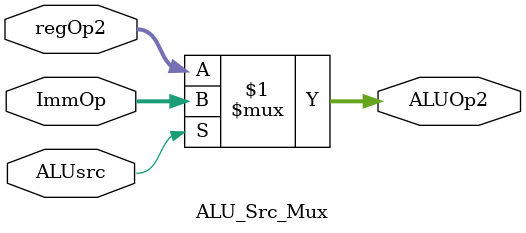
<source format=sv>
module ALU_Src_Mux(
    input logic [31:0] regOp2,
    input logic [31:0] ImmOp,
    input logic ALUsrc,
    output logic [31:0] ALUOp2
);


    assign ALUOp2 = (ALUsrc) ? ImmOp : regOp2;


endmodule



</source>
